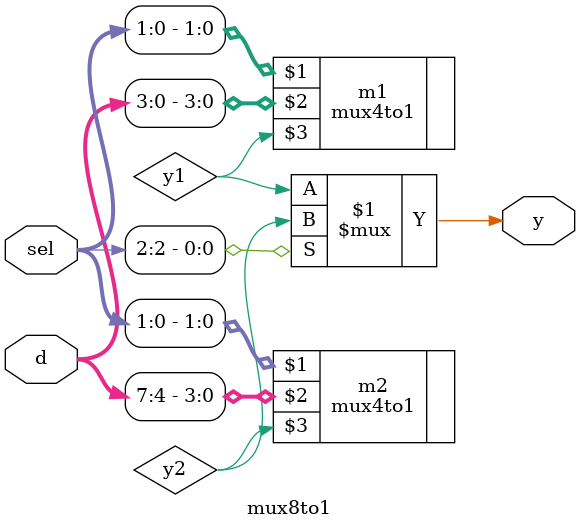
<source format=v>
module mux8to1(input [2:0] sel, input [7:0] d, output y);
  wire y1, y2;
  mux4to1 m1(sel[1:0], d[3:0], y1);
  mux4to1 m2(sel[1:0], d[7:4], y2);
  assign y = sel[2] ? y2 : y1;
endmodule

</source>
